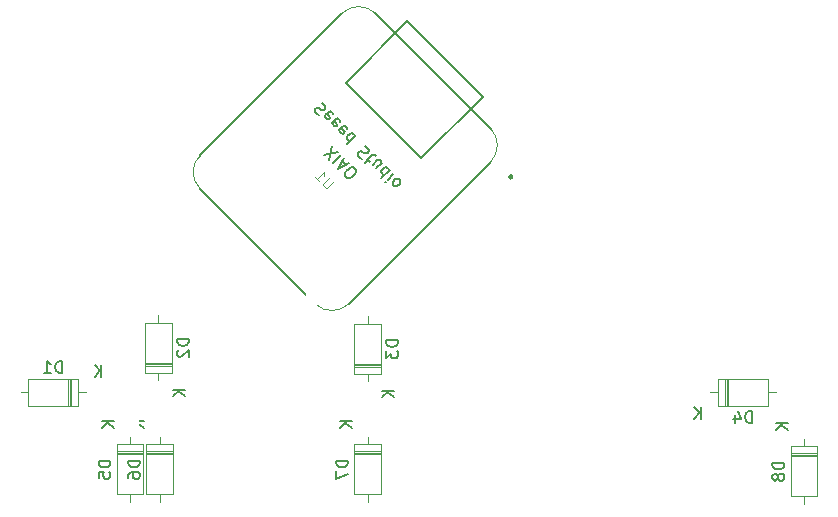
<source format=gbo>
G04 #@! TF.GenerationSoftware,KiCad,Pcbnew,8.0.5*
G04 #@! TF.CreationDate,2024-10-21T21:06:57-07:00*
G04 #@! TF.ProjectId,hackpad,6861636b-7061-4642-9e6b-696361645f70,rev?*
G04 #@! TF.SameCoordinates,Original*
G04 #@! TF.FileFunction,Legend,Bot*
G04 #@! TF.FilePolarity,Positive*
%FSLAX46Y46*%
G04 Gerber Fmt 4.6, Leading zero omitted, Abs format (unit mm)*
G04 Created by KiCad (PCBNEW 8.0.5) date 2024-10-21 21:06:57*
%MOMM*%
%LPD*%
G01*
G04 APERTURE LIST*
G04 Aperture macros list*
%AMRotRect*
0 Rectangle, with rotation*
0 The origin of the aperture is its center*
0 $1 length*
0 $2 width*
0 $3 Rotation angle, in degrees counterclockwise*
0 Add horizontal line*
21,1,$1,$2,0,0,$3*%
G04 Aperture macros list end*
%ADD10C,0.150000*%
%ADD11C,0.101600*%
%ADD12C,0.120000*%
%ADD13C,0.127000*%
%ADD14C,0.254000*%
%ADD15C,0.025400*%
%ADD16C,1.700000*%
%ADD17C,4.000000*%
%ADD18C,2.200000*%
%ADD19R,2.000000X2.000000*%
%ADD20C,2.000000*%
%ADD21R,3.200000X2.000000*%
%ADD22R,1.700000X1.700000*%
%ADD23O,1.700000X1.700000*%
%ADD24R,1.600000X1.600000*%
%ADD25O,1.600000X1.600000*%
%ADD26RotRect,1.700000X1.700000X315.000000*%
G04 APERTURE END LIST*
D10*
X228284819Y-145951906D02*
X227284819Y-145951906D01*
X227284819Y-145951906D02*
X227284819Y-146190001D01*
X227284819Y-146190001D02*
X227332438Y-146332858D01*
X227332438Y-146332858D02*
X227427676Y-146428096D01*
X227427676Y-146428096D02*
X227522914Y-146475715D01*
X227522914Y-146475715D02*
X227713390Y-146523334D01*
X227713390Y-146523334D02*
X227856247Y-146523334D01*
X227856247Y-146523334D02*
X228046723Y-146475715D01*
X228046723Y-146475715D02*
X228141961Y-146428096D01*
X228141961Y-146428096D02*
X228237200Y-146332858D01*
X228237200Y-146332858D02*
X228284819Y-146190001D01*
X228284819Y-146190001D02*
X228284819Y-145951906D01*
X227284819Y-146856668D02*
X227284819Y-147523334D01*
X227284819Y-147523334D02*
X228284819Y-147094763D01*
X228604819Y-142618096D02*
X227604819Y-142618096D01*
X228604819Y-143189524D02*
X228033390Y-142760953D01*
X227604819Y-143189524D02*
X228176247Y-142618096D01*
X232524819Y-135751905D02*
X231524819Y-135751905D01*
X231524819Y-135751905D02*
X231524819Y-135990000D01*
X231524819Y-135990000D02*
X231572438Y-136132857D01*
X231572438Y-136132857D02*
X231667676Y-136228095D01*
X231667676Y-136228095D02*
X231762914Y-136275714D01*
X231762914Y-136275714D02*
X231953390Y-136323333D01*
X231953390Y-136323333D02*
X232096247Y-136323333D01*
X232096247Y-136323333D02*
X232286723Y-136275714D01*
X232286723Y-136275714D02*
X232381961Y-136228095D01*
X232381961Y-136228095D02*
X232477200Y-136132857D01*
X232477200Y-136132857D02*
X232524819Y-135990000D01*
X232524819Y-135990000D02*
X232524819Y-135751905D01*
X231524819Y-136656667D02*
X231524819Y-137275714D01*
X231524819Y-137275714D02*
X231905771Y-136942381D01*
X231905771Y-136942381D02*
X231905771Y-137085238D01*
X231905771Y-137085238D02*
X231953390Y-137180476D01*
X231953390Y-137180476D02*
X232001009Y-137228095D01*
X232001009Y-137228095D02*
X232096247Y-137275714D01*
X232096247Y-137275714D02*
X232334342Y-137275714D01*
X232334342Y-137275714D02*
X232429580Y-137228095D01*
X232429580Y-137228095D02*
X232477200Y-137180476D01*
X232477200Y-137180476D02*
X232524819Y-137085238D01*
X232524819Y-137085238D02*
X232524819Y-136799524D01*
X232524819Y-136799524D02*
X232477200Y-136704286D01*
X232477200Y-136704286D02*
X232429580Y-136656667D01*
X232204819Y-140038095D02*
X231204819Y-140038095D01*
X232204819Y-140609523D02*
X231633390Y-140180952D01*
X231204819Y-140609523D02*
X231776247Y-140038095D01*
X265234819Y-146121905D02*
X264234819Y-146121905D01*
X264234819Y-146121905D02*
X264234819Y-146360000D01*
X264234819Y-146360000D02*
X264282438Y-146502857D01*
X264282438Y-146502857D02*
X264377676Y-146598095D01*
X264377676Y-146598095D02*
X264472914Y-146645714D01*
X264472914Y-146645714D02*
X264663390Y-146693333D01*
X264663390Y-146693333D02*
X264806247Y-146693333D01*
X264806247Y-146693333D02*
X264996723Y-146645714D01*
X264996723Y-146645714D02*
X265091961Y-146598095D01*
X265091961Y-146598095D02*
X265187200Y-146502857D01*
X265187200Y-146502857D02*
X265234819Y-146360000D01*
X265234819Y-146360000D02*
X265234819Y-146121905D01*
X264663390Y-147264762D02*
X264615771Y-147169524D01*
X264615771Y-147169524D02*
X264568152Y-147121905D01*
X264568152Y-147121905D02*
X264472914Y-147074286D01*
X264472914Y-147074286D02*
X264425295Y-147074286D01*
X264425295Y-147074286D02*
X264330057Y-147121905D01*
X264330057Y-147121905D02*
X264282438Y-147169524D01*
X264282438Y-147169524D02*
X264234819Y-147264762D01*
X264234819Y-147264762D02*
X264234819Y-147455238D01*
X264234819Y-147455238D02*
X264282438Y-147550476D01*
X264282438Y-147550476D02*
X264330057Y-147598095D01*
X264330057Y-147598095D02*
X264425295Y-147645714D01*
X264425295Y-147645714D02*
X264472914Y-147645714D01*
X264472914Y-147645714D02*
X264568152Y-147598095D01*
X264568152Y-147598095D02*
X264615771Y-147550476D01*
X264615771Y-147550476D02*
X264663390Y-147455238D01*
X264663390Y-147455238D02*
X264663390Y-147264762D01*
X264663390Y-147264762D02*
X264711009Y-147169524D01*
X264711009Y-147169524D02*
X264758628Y-147121905D01*
X264758628Y-147121905D02*
X264853866Y-147074286D01*
X264853866Y-147074286D02*
X265044342Y-147074286D01*
X265044342Y-147074286D02*
X265139580Y-147121905D01*
X265139580Y-147121905D02*
X265187200Y-147169524D01*
X265187200Y-147169524D02*
X265234819Y-147264762D01*
X265234819Y-147264762D02*
X265234819Y-147455238D01*
X265234819Y-147455238D02*
X265187200Y-147550476D01*
X265187200Y-147550476D02*
X265139580Y-147598095D01*
X265139580Y-147598095D02*
X265044342Y-147645714D01*
X265044342Y-147645714D02*
X264853866Y-147645714D01*
X264853866Y-147645714D02*
X264758628Y-147598095D01*
X264758628Y-147598095D02*
X264711009Y-147550476D01*
X264711009Y-147550476D02*
X264663390Y-147455238D01*
X265554819Y-142788095D02*
X264554819Y-142788095D01*
X265554819Y-143359523D02*
X264983390Y-142930952D01*
X264554819Y-143359523D02*
X265126247Y-142788095D01*
D11*
X227094595Y-122319919D02*
X226585714Y-122828800D01*
X226585714Y-122828800D02*
X226495912Y-122858734D01*
X226495912Y-122858734D02*
X226436043Y-122858734D01*
X226436043Y-122858734D02*
X226346241Y-122828800D01*
X226346241Y-122828800D02*
X226226504Y-122709063D01*
X226226504Y-122709063D02*
X226196570Y-122619260D01*
X226196570Y-122619260D02*
X226196570Y-122559392D01*
X226196570Y-122559392D02*
X226226504Y-122469589D01*
X226226504Y-122469589D02*
X226735385Y-121960708D01*
X225478150Y-121960709D02*
X225837360Y-122319919D01*
X225657755Y-122140314D02*
X226286373Y-121511696D01*
X226286373Y-121511696D02*
X226256438Y-121661367D01*
X226256438Y-121661367D02*
X226256438Y-121781103D01*
X226256438Y-121781103D02*
X226286373Y-121870906D01*
D10*
X226253607Y-120048022D02*
X227432118Y-119812320D01*
X226725011Y-120519427D02*
X226960714Y-119340915D01*
X227701492Y-120081694D02*
X226994385Y-120788801D01*
X227802507Y-120586770D02*
X228139225Y-120923487D01*
X227937194Y-120317396D02*
X227465790Y-121260205D01*
X227465790Y-121260205D02*
X228408599Y-120788800D01*
X228071881Y-121866296D02*
X228206568Y-122000983D01*
X228206568Y-122000983D02*
X228307583Y-122034655D01*
X228307583Y-122034655D02*
X228442270Y-122034655D01*
X228442270Y-122034655D02*
X228610629Y-121933640D01*
X228610629Y-121933640D02*
X228846331Y-121697938D01*
X228846331Y-121697938D02*
X228947347Y-121529579D01*
X228947347Y-121529579D02*
X228947347Y-121394892D01*
X228947347Y-121394892D02*
X228913675Y-121293877D01*
X228913675Y-121293877D02*
X228778988Y-121159190D01*
X228778988Y-121159190D02*
X228677973Y-121125518D01*
X228677973Y-121125518D02*
X228543286Y-121125518D01*
X228543286Y-121125518D02*
X228374927Y-121226533D01*
X228374927Y-121226533D02*
X228139225Y-121462235D01*
X228139225Y-121462235D02*
X228038209Y-121630594D01*
X228038209Y-121630594D02*
X228038209Y-121765281D01*
X228038209Y-121765281D02*
X228071881Y-121866296D01*
X226051575Y-115670694D02*
X226186262Y-115738038D01*
X226186262Y-115738038D02*
X226354621Y-115906397D01*
X226354621Y-115906397D02*
X226388293Y-116007412D01*
X226388293Y-116007412D02*
X226388293Y-116074755D01*
X226388293Y-116074755D02*
X226354621Y-116175771D01*
X226354621Y-116175771D02*
X226287277Y-116243114D01*
X226287277Y-116243114D02*
X226186262Y-116276786D01*
X226186262Y-116276786D02*
X226118919Y-116276786D01*
X226118919Y-116276786D02*
X226017903Y-116243114D01*
X226017903Y-116243114D02*
X225849545Y-116142099D01*
X225849545Y-116142099D02*
X225748529Y-116108427D01*
X225748529Y-116108427D02*
X225681186Y-116108427D01*
X225681186Y-116108427D02*
X225580171Y-116142099D01*
X225580171Y-116142099D02*
X225512827Y-116209442D01*
X225512827Y-116209442D02*
X225479155Y-116310458D01*
X225479155Y-116310458D02*
X225479155Y-116377801D01*
X225479155Y-116377801D02*
X225512827Y-116478816D01*
X225512827Y-116478816D02*
X225681186Y-116647175D01*
X225681186Y-116647175D02*
X225815873Y-116714519D01*
X227028056Y-116647175D02*
X226994384Y-116546160D01*
X226994384Y-116546160D02*
X226859697Y-116411473D01*
X226859697Y-116411473D02*
X226758682Y-116377801D01*
X226758682Y-116377801D02*
X226657667Y-116411473D01*
X226657667Y-116411473D02*
X226388293Y-116680847D01*
X226388293Y-116680847D02*
X226354621Y-116781862D01*
X226354621Y-116781862D02*
X226388293Y-116882878D01*
X226388293Y-116882878D02*
X226522980Y-117017565D01*
X226522980Y-117017565D02*
X226623995Y-117051236D01*
X226623995Y-117051236D02*
X226725010Y-117017565D01*
X226725010Y-117017565D02*
X226792354Y-116950221D01*
X226792354Y-116950221D02*
X226522980Y-116546160D01*
X227634148Y-117253267D02*
X227600476Y-117152252D01*
X227600476Y-117152252D02*
X227465789Y-117017565D01*
X227465789Y-117017565D02*
X227364774Y-116983893D01*
X227364774Y-116983893D02*
X227263758Y-117017565D01*
X227263758Y-117017565D02*
X226994384Y-117286939D01*
X226994384Y-117286939D02*
X226960713Y-117387954D01*
X226960713Y-117387954D02*
X226994384Y-117488969D01*
X226994384Y-117488969D02*
X227129071Y-117623656D01*
X227129071Y-117623656D02*
X227230087Y-117657328D01*
X227230087Y-117657328D02*
X227331102Y-117623656D01*
X227331102Y-117623656D02*
X227398445Y-117556313D01*
X227398445Y-117556313D02*
X227129071Y-117152252D01*
X228240239Y-117859359D02*
X228206568Y-117758343D01*
X228206568Y-117758343D02*
X228071881Y-117623656D01*
X228071881Y-117623656D02*
X227970865Y-117589985D01*
X227970865Y-117589985D02*
X227869850Y-117623656D01*
X227869850Y-117623656D02*
X227600476Y-117893030D01*
X227600476Y-117893030D02*
X227566804Y-117994046D01*
X227566804Y-117994046D02*
X227600476Y-118095061D01*
X227600476Y-118095061D02*
X227735163Y-118229748D01*
X227735163Y-118229748D02*
X227836178Y-118263420D01*
X227836178Y-118263420D02*
X227937194Y-118229748D01*
X227937194Y-118229748D02*
X228004537Y-118162404D01*
X228004537Y-118162404D02*
X227735163Y-117758343D01*
X228913674Y-118465450D02*
X228206568Y-119172557D01*
X228880003Y-118499122D02*
X228846331Y-118398107D01*
X228846331Y-118398107D02*
X228711644Y-118263420D01*
X228711644Y-118263420D02*
X228610629Y-118229748D01*
X228610629Y-118229748D02*
X228543285Y-118229748D01*
X228543285Y-118229748D02*
X228442270Y-118263420D01*
X228442270Y-118263420D02*
X228240239Y-118465450D01*
X228240239Y-118465450D02*
X228206568Y-118566465D01*
X228206568Y-118566465D02*
X228206568Y-118633809D01*
X228206568Y-118633809D02*
X228240239Y-118734824D01*
X228240239Y-118734824D02*
X228374926Y-118869511D01*
X228374926Y-118869511D02*
X228475942Y-118903183D01*
X229721797Y-119340916D02*
X229856484Y-119408259D01*
X229856484Y-119408259D02*
X230024842Y-119576618D01*
X230024842Y-119576618D02*
X230058514Y-119677633D01*
X230058514Y-119677633D02*
X230058514Y-119744977D01*
X230058514Y-119744977D02*
X230024842Y-119845992D01*
X230024842Y-119845992D02*
X229957499Y-119913336D01*
X229957499Y-119913336D02*
X229856484Y-119947007D01*
X229856484Y-119947007D02*
X229789140Y-119947007D01*
X229789140Y-119947007D02*
X229688125Y-119913336D01*
X229688125Y-119913336D02*
X229519766Y-119812320D01*
X229519766Y-119812320D02*
X229418751Y-119778649D01*
X229418751Y-119778649D02*
X229351407Y-119778649D01*
X229351407Y-119778649D02*
X229250392Y-119812320D01*
X229250392Y-119812320D02*
X229183049Y-119879664D01*
X229183049Y-119879664D02*
X229149377Y-119980679D01*
X229149377Y-119980679D02*
X229149377Y-120048023D01*
X229149377Y-120048023D02*
X229183049Y-120149038D01*
X229183049Y-120149038D02*
X229351407Y-120317397D01*
X229351407Y-120317397D02*
X229486094Y-120384740D01*
X229890155Y-120384740D02*
X230159529Y-120654114D01*
X229755468Y-120721458D02*
X230361560Y-120115366D01*
X230361560Y-120115366D02*
X230462575Y-120081694D01*
X230462575Y-120081694D02*
X230563591Y-120115366D01*
X230563591Y-120115366D02*
X230630934Y-120182710D01*
X230698278Y-121192863D02*
X231169682Y-120721458D01*
X230395232Y-120889817D02*
X230765621Y-120519428D01*
X230765621Y-120519428D02*
X230866637Y-120485756D01*
X230866637Y-120485756D02*
X230967652Y-120519428D01*
X230967652Y-120519428D02*
X231068667Y-120620443D01*
X231068667Y-120620443D02*
X231102339Y-120721458D01*
X231102339Y-120721458D02*
X231102339Y-120788802D01*
X231809446Y-121361221D02*
X231102339Y-122068328D01*
X231775774Y-121394893D02*
X231742102Y-121293878D01*
X231742102Y-121293878D02*
X231607415Y-121159191D01*
X231607415Y-121159191D02*
X231506400Y-121125519D01*
X231506400Y-121125519D02*
X231439056Y-121125519D01*
X231439056Y-121125519D02*
X231338041Y-121159191D01*
X231338041Y-121159191D02*
X231136011Y-121361221D01*
X231136011Y-121361221D02*
X231102339Y-121462237D01*
X231102339Y-121462237D02*
X231102339Y-121529580D01*
X231102339Y-121529580D02*
X231136011Y-121630595D01*
X231136011Y-121630595D02*
X231270698Y-121765282D01*
X231270698Y-121765282D02*
X231371713Y-121798954D01*
X232146163Y-121697939D02*
X231674759Y-122169344D01*
X231439056Y-122405046D02*
X231439056Y-122337702D01*
X231439056Y-122337702D02*
X231506400Y-122337702D01*
X231506400Y-122337702D02*
X231506400Y-122405046D01*
X231506400Y-122405046D02*
X231439056Y-122405046D01*
X231439056Y-122405046D02*
X231506400Y-122337702D01*
X232583896Y-122135671D02*
X232482880Y-122102000D01*
X232482880Y-122102000D02*
X232415537Y-122102000D01*
X232415537Y-122102000D02*
X232314522Y-122135671D01*
X232314522Y-122135671D02*
X232112491Y-122337702D01*
X232112491Y-122337702D02*
X232078819Y-122438717D01*
X232078819Y-122438717D02*
X232078819Y-122506061D01*
X232078819Y-122506061D02*
X232112491Y-122607076D01*
X232112491Y-122607076D02*
X232213506Y-122708091D01*
X232213506Y-122708091D02*
X232314522Y-122741763D01*
X232314522Y-122741763D02*
X232381865Y-122741763D01*
X232381865Y-122741763D02*
X232482880Y-122708091D01*
X232482880Y-122708091D02*
X232684911Y-122506061D01*
X232684911Y-122506061D02*
X232718583Y-122405045D01*
X232718583Y-122405045D02*
X232718583Y-122337702D01*
X232718583Y-122337702D02*
X232684911Y-122236687D01*
X232684911Y-122236687D02*
X232583896Y-122135671D01*
X204088094Y-138524819D02*
X204088094Y-137524819D01*
X204088094Y-137524819D02*
X203849999Y-137524819D01*
X203849999Y-137524819D02*
X203707142Y-137572438D01*
X203707142Y-137572438D02*
X203611904Y-137667676D01*
X203611904Y-137667676D02*
X203564285Y-137762914D01*
X203564285Y-137762914D02*
X203516666Y-137953390D01*
X203516666Y-137953390D02*
X203516666Y-138096247D01*
X203516666Y-138096247D02*
X203564285Y-138286723D01*
X203564285Y-138286723D02*
X203611904Y-138381961D01*
X203611904Y-138381961D02*
X203707142Y-138477200D01*
X203707142Y-138477200D02*
X203849999Y-138524819D01*
X203849999Y-138524819D02*
X204088094Y-138524819D01*
X202564285Y-138524819D02*
X203135713Y-138524819D01*
X202849999Y-138524819D02*
X202849999Y-137524819D01*
X202849999Y-137524819D02*
X202945237Y-137667676D01*
X202945237Y-137667676D02*
X203040475Y-137762914D01*
X203040475Y-137762914D02*
X203135713Y-137810533D01*
X207421904Y-138844819D02*
X207421904Y-137844819D01*
X206850476Y-138844819D02*
X207279047Y-138273390D01*
X206850476Y-137844819D02*
X207421904Y-138416247D01*
X208184819Y-145951906D02*
X207184819Y-145951906D01*
X207184819Y-145951906D02*
X207184819Y-146190001D01*
X207184819Y-146190001D02*
X207232438Y-146332858D01*
X207232438Y-146332858D02*
X207327676Y-146428096D01*
X207327676Y-146428096D02*
X207422914Y-146475715D01*
X207422914Y-146475715D02*
X207613390Y-146523334D01*
X207613390Y-146523334D02*
X207756247Y-146523334D01*
X207756247Y-146523334D02*
X207946723Y-146475715D01*
X207946723Y-146475715D02*
X208041961Y-146428096D01*
X208041961Y-146428096D02*
X208137200Y-146332858D01*
X208137200Y-146332858D02*
X208184819Y-146190001D01*
X208184819Y-146190001D02*
X208184819Y-145951906D01*
X207184819Y-147428096D02*
X207184819Y-146951906D01*
X207184819Y-146951906D02*
X207661009Y-146904287D01*
X207661009Y-146904287D02*
X207613390Y-146951906D01*
X207613390Y-146951906D02*
X207565771Y-147047144D01*
X207565771Y-147047144D02*
X207565771Y-147285239D01*
X207565771Y-147285239D02*
X207613390Y-147380477D01*
X207613390Y-147380477D02*
X207661009Y-147428096D01*
X207661009Y-147428096D02*
X207756247Y-147475715D01*
X207756247Y-147475715D02*
X207994342Y-147475715D01*
X207994342Y-147475715D02*
X208089580Y-147428096D01*
X208089580Y-147428096D02*
X208137200Y-147380477D01*
X208137200Y-147380477D02*
X208184819Y-147285239D01*
X208184819Y-147285239D02*
X208184819Y-147047144D01*
X208184819Y-147047144D02*
X208137200Y-146951906D01*
X208137200Y-146951906D02*
X208089580Y-146904287D01*
X208504819Y-142618096D02*
X207504819Y-142618096D01*
X208504819Y-143189524D02*
X207933390Y-142760953D01*
X207504819Y-143189524D02*
X208076247Y-142618096D01*
X262488094Y-142764819D02*
X262488094Y-141764819D01*
X262488094Y-141764819D02*
X262249999Y-141764819D01*
X262249999Y-141764819D02*
X262107142Y-141812438D01*
X262107142Y-141812438D02*
X262011904Y-141907676D01*
X262011904Y-141907676D02*
X261964285Y-142002914D01*
X261964285Y-142002914D02*
X261916666Y-142193390D01*
X261916666Y-142193390D02*
X261916666Y-142336247D01*
X261916666Y-142336247D02*
X261964285Y-142526723D01*
X261964285Y-142526723D02*
X262011904Y-142621961D01*
X262011904Y-142621961D02*
X262107142Y-142717200D01*
X262107142Y-142717200D02*
X262249999Y-142764819D01*
X262249999Y-142764819D02*
X262488094Y-142764819D01*
X261059523Y-142098152D02*
X261059523Y-142764819D01*
X261297618Y-141717200D02*
X261535713Y-142431485D01*
X261535713Y-142431485D02*
X260916666Y-142431485D01*
X258201904Y-142444819D02*
X258201904Y-141444819D01*
X257630476Y-142444819D02*
X258059047Y-141873390D01*
X257630476Y-141444819D02*
X258201904Y-142016247D01*
X210684819Y-145961905D02*
X209684819Y-145961905D01*
X209684819Y-145961905D02*
X209684819Y-146200000D01*
X209684819Y-146200000D02*
X209732438Y-146342857D01*
X209732438Y-146342857D02*
X209827676Y-146438095D01*
X209827676Y-146438095D02*
X209922914Y-146485714D01*
X209922914Y-146485714D02*
X210113390Y-146533333D01*
X210113390Y-146533333D02*
X210256247Y-146533333D01*
X210256247Y-146533333D02*
X210446723Y-146485714D01*
X210446723Y-146485714D02*
X210541961Y-146438095D01*
X210541961Y-146438095D02*
X210637200Y-146342857D01*
X210637200Y-146342857D02*
X210684819Y-146200000D01*
X210684819Y-146200000D02*
X210684819Y-145961905D01*
X209684819Y-147390476D02*
X209684819Y-147200000D01*
X209684819Y-147200000D02*
X209732438Y-147104762D01*
X209732438Y-147104762D02*
X209780057Y-147057143D01*
X209780057Y-147057143D02*
X209922914Y-146961905D01*
X209922914Y-146961905D02*
X210113390Y-146914286D01*
X210113390Y-146914286D02*
X210494342Y-146914286D01*
X210494342Y-146914286D02*
X210589580Y-146961905D01*
X210589580Y-146961905D02*
X210637200Y-147009524D01*
X210637200Y-147009524D02*
X210684819Y-147104762D01*
X210684819Y-147104762D02*
X210684819Y-147295238D01*
X210684819Y-147295238D02*
X210637200Y-147390476D01*
X210637200Y-147390476D02*
X210589580Y-147438095D01*
X210589580Y-147438095D02*
X210494342Y-147485714D01*
X210494342Y-147485714D02*
X210256247Y-147485714D01*
X210256247Y-147485714D02*
X210161009Y-147438095D01*
X210161009Y-147438095D02*
X210113390Y-147390476D01*
X210113390Y-147390476D02*
X210065771Y-147295238D01*
X210065771Y-147295238D02*
X210065771Y-147104762D01*
X210065771Y-147104762D02*
X210113390Y-147009524D01*
X210113390Y-147009524D02*
X210161009Y-146961905D01*
X210161009Y-146961905D02*
X210256247Y-146914286D01*
X211004819Y-142628095D02*
X210004819Y-142628095D01*
X211004819Y-143199523D02*
X210433390Y-142770952D01*
X210004819Y-143199523D02*
X210576247Y-142628095D01*
X214824819Y-135651905D02*
X213824819Y-135651905D01*
X213824819Y-135651905D02*
X213824819Y-135890000D01*
X213824819Y-135890000D02*
X213872438Y-136032857D01*
X213872438Y-136032857D02*
X213967676Y-136128095D01*
X213967676Y-136128095D02*
X214062914Y-136175714D01*
X214062914Y-136175714D02*
X214253390Y-136223333D01*
X214253390Y-136223333D02*
X214396247Y-136223333D01*
X214396247Y-136223333D02*
X214586723Y-136175714D01*
X214586723Y-136175714D02*
X214681961Y-136128095D01*
X214681961Y-136128095D02*
X214777200Y-136032857D01*
X214777200Y-136032857D02*
X214824819Y-135890000D01*
X214824819Y-135890000D02*
X214824819Y-135651905D01*
X213920057Y-136604286D02*
X213872438Y-136651905D01*
X213872438Y-136651905D02*
X213824819Y-136747143D01*
X213824819Y-136747143D02*
X213824819Y-136985238D01*
X213824819Y-136985238D02*
X213872438Y-137080476D01*
X213872438Y-137080476D02*
X213920057Y-137128095D01*
X213920057Y-137128095D02*
X214015295Y-137175714D01*
X214015295Y-137175714D02*
X214110533Y-137175714D01*
X214110533Y-137175714D02*
X214253390Y-137128095D01*
X214253390Y-137128095D02*
X214824819Y-136556667D01*
X214824819Y-136556667D02*
X214824819Y-137175714D01*
X214504819Y-139938095D02*
X213504819Y-139938095D01*
X214504819Y-140509523D02*
X213933390Y-140080952D01*
X213504819Y-140509523D02*
X214076247Y-139938095D01*
D12*
G04 #@! TO.C,D7*
X228830000Y-144570001D02*
X228830000Y-148810001D01*
X228830000Y-148810001D02*
X231070000Y-148810001D01*
X229950000Y-144570001D02*
X229950000Y-143920001D01*
X229950000Y-148810001D02*
X229950000Y-149460001D01*
X231070000Y-144570001D02*
X228830000Y-144570001D01*
X231070000Y-145170001D02*
X228830000Y-145170001D01*
X231070000Y-145290001D02*
X228830000Y-145290001D01*
X231070000Y-145410001D02*
X228830000Y-145410001D01*
X231070000Y-148810001D02*
X231070000Y-144570001D01*
G04 #@! TO.C,D3*
X228830000Y-134370000D02*
X228830000Y-138610000D01*
X228830000Y-137770000D02*
X231070000Y-137770000D01*
X228830000Y-137890000D02*
X231070000Y-137890000D01*
X228830000Y-138010000D02*
X231070000Y-138010000D01*
X228830000Y-138610000D02*
X231070000Y-138610000D01*
X229950000Y-134370000D02*
X229950000Y-133720000D01*
X229950000Y-138610000D02*
X229950000Y-139260000D01*
X231070000Y-134370000D02*
X228830000Y-134370000D01*
X231070000Y-138610000D02*
X231070000Y-134370000D01*
G04 #@! TO.C,D8*
X265780000Y-144740000D02*
X265780000Y-148980000D01*
X265780000Y-148980000D02*
X268020000Y-148980000D01*
X266900000Y-144740000D02*
X266900000Y-144090000D01*
X266900000Y-148980000D02*
X266900000Y-149630000D01*
X268020000Y-144740000D02*
X265780000Y-144740000D01*
X268020000Y-145340000D02*
X265780000Y-145340000D01*
X268020000Y-145460000D02*
X265780000Y-145460000D01*
X268020000Y-145580000D02*
X265780000Y-145580000D01*
X268020000Y-148980000D02*
X268020000Y-144740000D01*
D13*
G04 #@! TO.C,U1*
X215766499Y-122932048D02*
X225524573Y-132690122D01*
X227787314Y-108082806D02*
X215766499Y-120103621D01*
X228120171Y-113972489D02*
X233319739Y-108772921D01*
X228353000Y-132690122D02*
X240373815Y-120669307D01*
X233319739Y-108772921D02*
X239683700Y-115136882D01*
X234484132Y-120336450D02*
X228120171Y-113972489D01*
X239683700Y-115136882D02*
X234484132Y-120336450D01*
X240373172Y-117841523D02*
X230615098Y-108083449D01*
D12*
X215766499Y-122932048D02*
G75*
G02*
X215766499Y-120103621I1414214J1414213D01*
G01*
X227787314Y-108082806D02*
G75*
G02*
X230615741Y-108082806I1414214J-1477287D01*
G01*
X228353000Y-132690122D02*
G75*
G02*
X225524573Y-132690122I-1414214J1477651D01*
G01*
X240373815Y-117840880D02*
G75*
G02*
X240373815Y-120669307I-1477304J-1414213D01*
G01*
D14*
X242197871Y-121942099D02*
G75*
G02*
X241943871Y-121942099I-127000J0D01*
G01*
X241943871Y-121942099D02*
G75*
G02*
X242197871Y-121942099I127000J0D01*
G01*
D15*
X240441089Y-120580348D02*
X240408760Y-120616988D01*
X240472879Y-120542812D01*
X240441089Y-120580348D01*
X215516747Y-120435047D02*
X215543688Y-120394099D01*
X215571526Y-120353687D01*
X215600443Y-120313993D01*
X215630257Y-120274839D01*
X215660970Y-120236584D01*
X215692760Y-120199047D01*
X215725089Y-120162408D01*
X215758674Y-120126307D01*
X215516747Y-120435047D01*
D12*
G04 #@! TO.C,D1*
X201230000Y-139070000D02*
X201230000Y-141310000D01*
X201230000Y-140190000D02*
X200580000Y-140190000D01*
X201230000Y-141310000D02*
X205470000Y-141310000D01*
X204630000Y-141310000D02*
X204630000Y-139070000D01*
X204750000Y-141310000D02*
X204750000Y-139070000D01*
X204870000Y-141310000D02*
X204870000Y-139070000D01*
X205470000Y-139070000D02*
X201230000Y-139070000D01*
X205470000Y-140190000D02*
X206120000Y-140190000D01*
X205470000Y-141310000D02*
X205470000Y-139070000D01*
G04 #@! TO.C,D5*
X208730000Y-144570001D02*
X208730000Y-148810001D01*
X208730000Y-148810001D02*
X210970000Y-148810001D01*
X209850000Y-144570001D02*
X209850000Y-143920001D01*
X209850000Y-148810001D02*
X209850000Y-149460001D01*
X210970000Y-144570001D02*
X208730000Y-144570001D01*
X210970000Y-145170001D02*
X208730000Y-145170001D01*
X210970000Y-145290001D02*
X208730000Y-145290001D01*
X210970000Y-145410001D02*
X208730000Y-145410001D01*
X210970000Y-148810001D02*
X210970000Y-144570001D01*
G04 #@! TO.C,D4*
X259630000Y-139070000D02*
X259630000Y-141310000D01*
X259630000Y-140190000D02*
X258980000Y-140190000D01*
X259630000Y-141310000D02*
X263870000Y-141310000D01*
X260230000Y-139070000D02*
X260230000Y-141310000D01*
X260350000Y-139070000D02*
X260350000Y-141310000D01*
X260470000Y-139070000D02*
X260470000Y-141310000D01*
X263870000Y-139070000D02*
X259630000Y-139070000D01*
X263870000Y-140190000D02*
X264520000Y-140190000D01*
X263870000Y-141310000D02*
X263870000Y-139070000D01*
G04 #@! TO.C,D6*
X211230000Y-144580000D02*
X211230000Y-148820000D01*
X211230000Y-148820000D02*
X213470000Y-148820000D01*
X212350000Y-144580000D02*
X212350000Y-143930000D01*
X212350000Y-148820000D02*
X212350000Y-149470000D01*
X213470000Y-144580000D02*
X211230000Y-144580000D01*
X213470000Y-145180000D02*
X211230000Y-145180000D01*
X213470000Y-145300000D02*
X211230000Y-145300000D01*
X213470000Y-145420000D02*
X211230000Y-145420000D01*
X213470000Y-148820000D02*
X213470000Y-144580000D01*
G04 #@! TO.C,D2*
X211130000Y-134270000D02*
X211130000Y-138510000D01*
X211130000Y-137670000D02*
X213370000Y-137670000D01*
X211130000Y-137790000D02*
X213370000Y-137790000D01*
X211130000Y-137910000D02*
X213370000Y-137910000D01*
X211130000Y-138510000D02*
X213370000Y-138510000D01*
X212250000Y-134270000D02*
X212250000Y-133620000D01*
X212250000Y-138510000D02*
X212250000Y-139160000D01*
X213370000Y-134270000D02*
X211130000Y-134270000D01*
X213370000Y-138510000D02*
X213370000Y-134270000D01*
G04 #@! TD*
%LPC*%
D16*
G04 #@! TO.C,SW7*
X253430000Y-151030000D03*
D17*
X258510000Y-151030000D03*
D16*
X263590000Y-151030000D03*
D18*
X261050000Y-145950000D03*
X254700000Y-148490000D03*
G04 #@! TD*
D16*
G04 #@! TO.C,SW5*
X234430000Y-131950000D03*
D17*
X239510000Y-131950000D03*
D16*
X244590000Y-131950000D03*
D18*
X242050000Y-126870000D03*
X235700000Y-129410000D03*
G04 #@! TD*
D16*
G04 #@! TO.C,SW2*
X196430000Y-151030000D03*
D17*
X201510000Y-151030000D03*
D16*
X206590000Y-151030000D03*
D18*
X204050000Y-145950000D03*
X197700000Y-148490000D03*
G04 #@! TD*
D16*
G04 #@! TO.C,SW1*
X196430000Y-132030000D03*
D17*
X201510000Y-132030000D03*
D16*
X206590000Y-132030000D03*
D18*
X204050000Y-126950000D03*
X197700000Y-129490000D03*
G04 #@! TD*
D16*
G04 #@! TO.C,SW6*
X234430000Y-151030000D03*
D17*
X239510000Y-151030000D03*
D16*
X244590000Y-151030000D03*
D18*
X242050000Y-145950000D03*
X235700000Y-148490000D03*
G04 #@! TD*
D16*
G04 #@! TO.C,SW3*
X215430000Y-132030000D03*
D17*
X220510000Y-132030000D03*
D16*
X225590000Y-132030000D03*
D18*
X223050000Y-126950000D03*
X216700000Y-129490000D03*
G04 #@! TD*
D16*
G04 #@! TO.C,SW4*
X215430000Y-151030000D03*
D17*
X220510000Y-151030000D03*
D16*
X225590000Y-151030000D03*
D18*
X223050000Y-145950000D03*
X216700000Y-148490000D03*
G04 #@! TD*
D19*
G04 #@! TO.C,SW8*
X251050000Y-129450000D03*
D20*
X251050000Y-134450000D03*
X251050000Y-131950000D03*
D21*
X258550000Y-126350000D03*
X258550000Y-137550000D03*
D20*
X265550000Y-134450000D03*
X265550000Y-129450000D03*
G04 #@! TD*
D22*
G04 #@! TO.C,O1*
X195650000Y-117510000D03*
D23*
X195650000Y-114969999D03*
X195650000Y-112430000D03*
X195650000Y-109890000D03*
G04 #@! TD*
D24*
G04 #@! TO.C,D7*
X229950000Y-142880001D03*
D25*
X229950000Y-150500001D03*
G04 #@! TD*
D24*
G04 #@! TO.C,D3*
X229950000Y-140300000D03*
D25*
X229950000Y-132680000D03*
G04 #@! TD*
D24*
G04 #@! TO.C,D8*
X266900000Y-143050000D03*
D25*
X266900000Y-150670000D03*
G04 #@! TD*
D26*
G04 #@! TO.C,U1*
X238850000Y-120390000D03*
D16*
X237053949Y-122186051D03*
X235257897Y-123982102D03*
X233461846Y-125778153D03*
X231665795Y-127574204D03*
X229869744Y-129370256D03*
X228073693Y-131166307D03*
X217290314Y-120382928D03*
X219086365Y-118586877D03*
X220882417Y-116790826D03*
X222678468Y-114994775D03*
X224474519Y-113198724D03*
X226270570Y-111402672D03*
X228066621Y-109606621D03*
G04 #@! TD*
D24*
G04 #@! TO.C,D1*
X207160000Y-140190000D03*
D25*
X199540000Y-140190000D03*
G04 #@! TD*
D24*
G04 #@! TO.C,D5*
X209850000Y-142880001D03*
D25*
X209850000Y-150500001D03*
G04 #@! TD*
D24*
G04 #@! TO.C,D4*
X257940000Y-140190000D03*
D25*
X265560000Y-140190000D03*
G04 #@! TD*
D24*
G04 #@! TO.C,D6*
X212350000Y-142890000D03*
D25*
X212350000Y-150510000D03*
G04 #@! TD*
D24*
G04 #@! TO.C,D2*
X212250000Y-140200000D03*
D25*
X212250000Y-132580000D03*
G04 #@! TD*
%LPD*%
M02*

</source>
